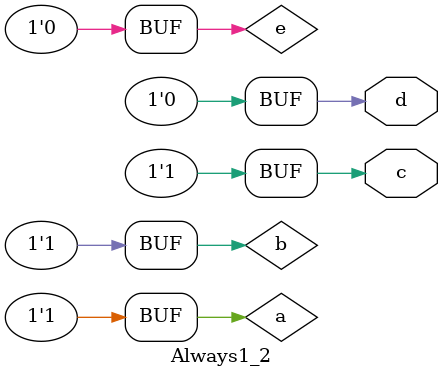
<source format=v>


//);

//reg clk=0; //normalde input bu olmal�yd� fakat burada �imdilik kod veTB i�ieride yaz�l�yor

//always begin 

//#10 clk=~clk;

//end
//endmodule

////`timescale 1ns / 1ns

////module Always1_2(
////);
////reg clk;

////always begin

////#10 clk=1'b0;
////#10 clk=1'b1;

////end

////endmodule
////******************************************************************************************************************************



////******************************************************************************************************************************
`timescale 1ns / 1ns

module Always1_2(
    output reg d,
    output reg c
    );
    
    reg a=0;
    reg b=0;
    reg e=0;
    
    always@ (a,b,e) begin  //sentezleme kodlar� yani FPGA i�erisine atabilirm demek   
    c=a&b;
    d=e;
    end
    
    //testbench
    initial begin
    #100
    a=1;
    b=1;
    c=1;
    end   
endmodule


//`timescale 1ns / 1ns

//module Always1_2(
//output reg a=0,
//output reg b=0
//);
   
//    reg d=0;
//    reg c=0;
    
    
//always@ (a,b)
//begin
    
//    #10 c=a&b;
//    #10 c=a^b;

//end

//    always begin
//    #50 d=~d;
//    end

//initial begin
//    #100
//    a=1;
//    b=1;
//    c=1;
    
//end

//endmodule

//`timescale 1ns / 1ns

//module Always1_2(
//    input wire a,b,e,
//    output reg d,
//    output reg c
//    );
    
//    always@ (a,b,e) begin  //sentezleme kodlar� yani FPGA i�erisine atabilirm demek   
//    c=a&b;
//    d=~e;
//    end

//endmodules

</source>
